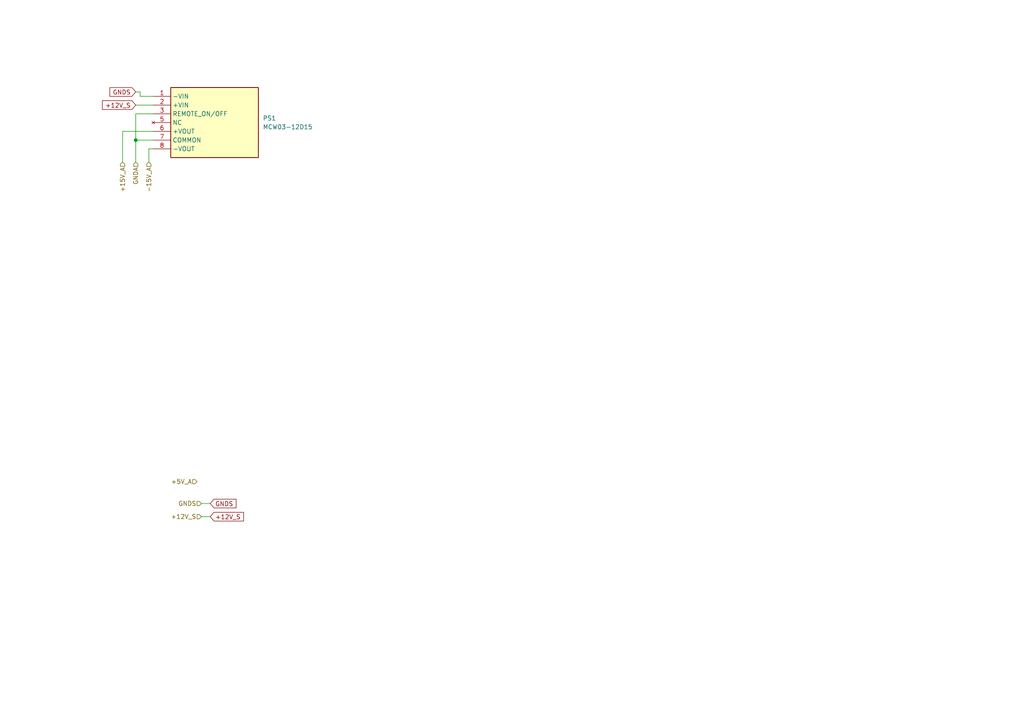
<source format=kicad_sch>
(kicad_sch (version 20250114) (generator "eeschema") (generator_version "9.0")
  (paper "A4")
  (lib_symbols
    (symbol "MCW03-12D15:MCW03-12D15"
      (property "Reference" "PS" (at 31.75 7.62 0))
      (property "Value" "MCW03-12D15" (at 31.75 5.08 0))
      (symbol "MCW03-12D15_1_1"
        (rectangle (start 5.08 2.54) (end 30.48 -17.78) (stroke (width 0.254)) (fill (type background)))
        (pin passive line (at 0 0 0) (length 5.08) (name "-VIN") (number "1"))
        (pin passive line (at 0 -2.54 0) (length 5.08) (name "+VIN") (number "2"))
        (pin passive line (at 0 -5.08 0) (length 5.08) (name "REMOTE_ON/OFF") (number "3"))
        (pin no_connect line (at 0 -7.62 0) (length 5.08) (name "NC") (number "5"))
        (pin passive line (at 0 -10.16 0) (length 5.08) (name "+VOUT") (number "6"))
        (pin passive line (at 0 -12.7 0) (length 5.08) (name "COMMON") (number "7"))
        (pin passive line (at 0 -15.24 0) (length 5.08) (name "-VOUT") (number "8"))
      )
    )
  )
  (junction (at 39.37 40.64))
  (wire (pts (xy 60.96 149.86) (xy 58.42 149.86)))
  (wire (pts (xy 40.64 27.94) (xy 44.45 27.94)))
  (wire (pts (xy 40.64 26.67) (xy 40.64 27.94)))
  (wire (pts (xy 43.18 43.18) (xy 43.18 46.99)))
  (wire (pts (xy 44.45 40.64) (xy 39.37 40.64)))
  (wire (pts (xy 39.37 40.64) (xy 39.37 33.02)))
  (wire (pts (xy 39.37 33.02) (xy 44.45 33.02)))
  (wire (pts (xy 39.37 40.64) (xy 39.37 46.99)))
  (wire (pts (xy 39.37 30.48) (xy 44.45 30.48)))
  (wire (pts (xy 44.45 38.1) (xy 35.56 38.1)))
  (wire (pts (xy 60.96 146.05) (xy 58.42 146.05)))
  (wire (pts (xy 39.37 26.67) (xy 40.64 26.67)))
  (wire (pts (xy 44.45 43.18) (xy 43.18 43.18)))
  (wire (pts (xy 35.56 38.1) (xy 35.56 46.99)))
  (global_label "GNDS" (shape input) (at 60.96 146.05 0) (property "Intersheetrefs" "${INTERSHEET_REFS}" (effects (hide yes))))
  (global_label "+12V_S" (shape input) (at 60.96 149.86 0) (property "Intersheetrefs" "${INTERSHEET_REFS}" (effects (hide yes))))
  (global_label "+12V_S" (shape input) (at 39.37 30.48 180) (property "Intersheetrefs" "${INTERSHEET_REFS}" (effects (hide yes))))
  (global_label "GNDS" (shape input) (at 39.37 26.67 180) (property "Intersheetrefs" "${INTERSHEET_REFS}" (effects (hide yes))))
  (hierarchical_label "+5V_A" (shape input) (at 57.15 139.7 180))
  (hierarchical_label "-15V_A" (shape input) (at 43.18 46.99 270))
  (hierarchical_label "GNDS" (shape input) (at 58.42 146.05 180))
  (hierarchical_label "GNDA" (shape input) (at 39.37 46.99 270))
  (hierarchical_label "+12V_S" (shape input) (at 58.42 149.86 180))
  (hierarchical_label "+15V_A" (shape input) (at 35.56 46.99 270))
  (symbol (lib_id "MCW03-12D15:MCW03-12D15") (at 44.45 27.94 0) (unit 1)
    (property "Reference" "PS1" (at 76.2 34.2899 0) (effects (justify left)))
    (property "Value" "MCW03-12D15" (at 76.2 36.8299 0) (effects (justify left)))
    (property "Footprint" "MCW0312D15" (effects (hide yes)))
    (property "Datasheet" "https://www.minmaxpower.com/storage/media/Product-MINMAX/MCW03/MCW03_Datasheet.pdf" (effects (hide yes)))
    (property "Description" "The MCW03 series is a range of isolated 3W DC-DC converter modules featuring fully regulated output and wide 2:1 input voltage ranges. The product comes in a SIP-8 package with a very small footprint occupying only 0.3 square in. on the PCB." (effects (hide yes)))
    (property "Height" "11.7" (effects (hide yes)))
    (property "Manufacturer_Name" "Minmax" (effects (hide yes)))
    (property "Manufacturer_Part_Number" "MCW03-12D15" (effects (hide yes)))
  )
)
</source>
